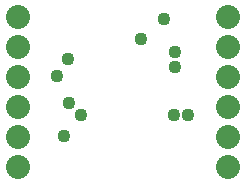
<source format=gbs>
G75*
%MOIN*%
%OFA0B0*%
%FSLAX24Y24*%
%IPPOS*%
%LPD*%
%AMOC8*
5,1,8,0,0,1.08239X$1,22.5*
%
%ADD10C,0.0800*%
%ADD11C,0.0436*%
D10*
X000724Y000682D03*
X000724Y001682D03*
X000724Y002682D03*
X000724Y003682D03*
X000724Y004682D03*
X000724Y005682D03*
X007724Y005682D03*
X007724Y004682D03*
X007724Y003682D03*
X007724Y002682D03*
X007724Y001682D03*
X007724Y000682D03*
D11*
X006412Y002393D03*
X005932Y002393D03*
X005963Y004014D03*
X005973Y004491D03*
X004822Y004946D03*
X005607Y005594D03*
X002389Y004280D03*
X002035Y003694D03*
X002422Y002787D03*
X002817Y002416D03*
X002265Y001713D03*
M02*

</source>
